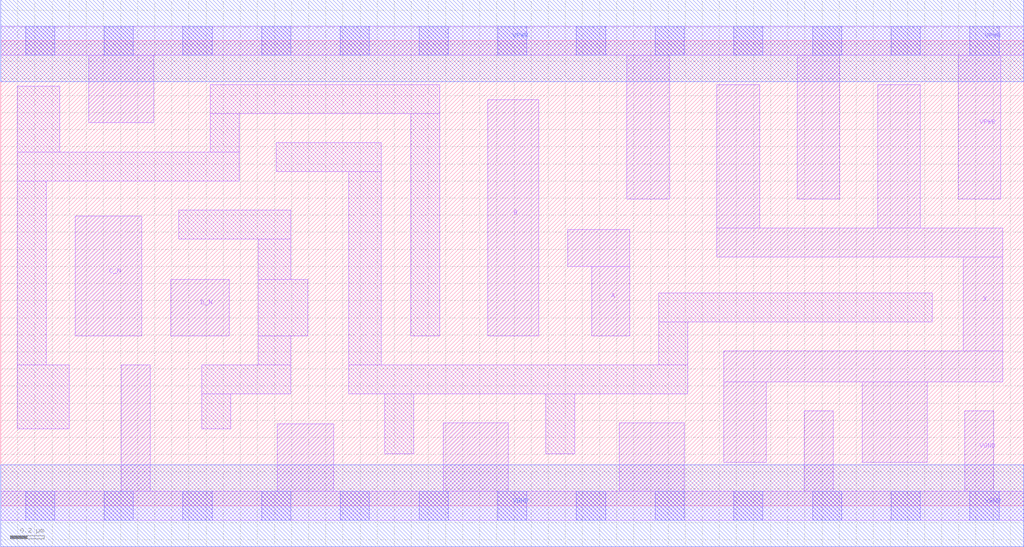
<source format=lef>
# Copyright 2020 The SkyWater PDK Authors
#
# Licensed under the Apache License, Version 2.0 (the "License");
# you may not use this file except in compliance with the License.
# You may obtain a copy of the License at
#
#     https://www.apache.org/licenses/LICENSE-2.0
#
# Unless required by applicable law or agreed to in writing, software
# distributed under the License is distributed on an "AS IS" BASIS,
# WITHOUT WARRANTIES OR CONDITIONS OF ANY KIND, either express or implied.
# See the License for the specific language governing permissions and
# limitations under the License.
#
# SPDX-License-Identifier: Apache-2.0

VERSION 5.7 ;
  NAMESCASESENSITIVE ON ;
  NOWIREEXTENSIONATPIN ON ;
  DIVIDERCHAR "/" ;
  BUSBITCHARS "[]" ;
UNITS
  DATABASE MICRONS 200 ;
END UNITS
PROPERTYDEFINITIONS
  MACRO maskLayoutSubType STRING ;
  MACRO prCellType STRING ;
  MACRO originalViewName STRING ;
END PROPERTYDEFINITIONS
MACRO sky130_fd_sc_hdll__or4bb_4
  CLASS CORE ;
  FOREIGN sky130_fd_sc_hdll__or4bb_4 ;
  ORIGIN  0.000000  0.000000 ;
  SIZE  5.980000 BY  2.720000 ;
  SYMMETRY X Y R90 ;
  SITE unithd ;
  PIN A
    ANTENNAGATEAREA  0.277500 ;
    DIRECTION INPUT ;
    USE SIGNAL ;
    PORT
      LAYER li1 ;
        RECT 3.315000 1.400000 3.675000 1.615000 ;
        RECT 3.455000 0.995000 3.675000 1.400000 ;
    END
  END A
  PIN B
    ANTENNAGATEAREA  0.277500 ;
    DIRECTION INPUT ;
    USE SIGNAL ;
    PORT
      LAYER li1 ;
        RECT 2.845000 0.995000 3.145000 2.375000 ;
    END
  END B
  PIN C_N
    ANTENNAGATEAREA  0.138600 ;
    DIRECTION INPUT ;
    USE SIGNAL ;
    PORT
      LAYER li1 ;
        RECT 0.435000 0.995000 0.825000 1.695000 ;
    END
  END C_N
  PIN D_N
    ANTENNAGATEAREA  0.138600 ;
    DIRECTION INPUT ;
    USE SIGNAL ;
    PORT
      LAYER li1 ;
        RECT 0.995000 0.995000 1.335000 1.325000 ;
    END
  END D_N
  PIN X
    ANTENNADIFFAREA  1.028500 ;
    DIRECTION OUTPUT ;
    USE SIGNAL ;
    PORT
      LAYER li1 ;
        RECT 4.185000 1.455000 5.855000 1.625000 ;
        RECT 4.185000 1.625000 4.435000 2.465000 ;
        RECT 4.225000 0.255000 4.475000 0.725000 ;
        RECT 4.225000 0.725000 5.855000 0.905000 ;
        RECT 5.035000 0.255000 5.415000 0.725000 ;
        RECT 5.125000 1.625000 5.375000 2.465000 ;
        RECT 5.625000 0.905000 5.855000 1.455000 ;
    END
  END X
  PIN VGND
    DIRECTION INOUT ;
    USE GROUND ;
    PORT
      LAYER li1 ;
        RECT 0.000000 -0.085000 5.980000 0.085000 ;
        RECT 0.705000  0.085000 0.875000 0.825000 ;
        RECT 1.615000  0.085000 1.945000 0.480000 ;
        RECT 2.585000  0.085000 2.965000 0.485000 ;
        RECT 3.615000  0.085000 3.995000 0.485000 ;
        RECT 4.695000  0.085000 4.865000 0.555000 ;
        RECT 5.635000  0.085000 5.805000 0.555000 ;
      LAYER mcon ;
        RECT 0.145000 -0.085000 0.315000 0.085000 ;
        RECT 0.605000 -0.085000 0.775000 0.085000 ;
        RECT 1.065000 -0.085000 1.235000 0.085000 ;
        RECT 1.525000 -0.085000 1.695000 0.085000 ;
        RECT 1.985000 -0.085000 2.155000 0.085000 ;
        RECT 2.445000 -0.085000 2.615000 0.085000 ;
        RECT 2.905000 -0.085000 3.075000 0.085000 ;
        RECT 3.365000 -0.085000 3.535000 0.085000 ;
        RECT 3.825000 -0.085000 3.995000 0.085000 ;
        RECT 4.285000 -0.085000 4.455000 0.085000 ;
        RECT 4.745000 -0.085000 4.915000 0.085000 ;
        RECT 5.205000 -0.085000 5.375000 0.085000 ;
        RECT 5.665000 -0.085000 5.835000 0.085000 ;
      LAYER met1 ;
        RECT 0.000000 -0.240000 5.980000 0.240000 ;
    END
  END VGND
  PIN VPWR
    DIRECTION INOUT ;
    USE POWER ;
    PORT
      LAYER li1 ;
        RECT 0.000000 2.635000 5.980000 2.805000 ;
        RECT 0.515000 2.240000 0.895000 2.635000 ;
        RECT 3.660000 1.795000 3.910000 2.635000 ;
        RECT 4.655000 1.795000 4.905000 2.635000 ;
        RECT 5.595000 1.795000 5.845000 2.635000 ;
      LAYER mcon ;
        RECT 0.145000 2.635000 0.315000 2.805000 ;
        RECT 0.605000 2.635000 0.775000 2.805000 ;
        RECT 1.065000 2.635000 1.235000 2.805000 ;
        RECT 1.525000 2.635000 1.695000 2.805000 ;
        RECT 1.985000 2.635000 2.155000 2.805000 ;
        RECT 2.445000 2.635000 2.615000 2.805000 ;
        RECT 2.905000 2.635000 3.075000 2.805000 ;
        RECT 3.365000 2.635000 3.535000 2.805000 ;
        RECT 3.825000 2.635000 3.995000 2.805000 ;
        RECT 4.285000 2.635000 4.455000 2.805000 ;
        RECT 4.745000 2.635000 4.915000 2.805000 ;
        RECT 5.205000 2.635000 5.375000 2.805000 ;
        RECT 5.665000 2.635000 5.835000 2.805000 ;
      LAYER met1 ;
        RECT 0.000000 2.480000 5.980000 2.960000 ;
    END
  END VPWR
  OBS
    LAYER li1 ;
      RECT 0.095000 0.450000 0.400000 0.825000 ;
      RECT 0.095000 0.825000 0.265000 1.900000 ;
      RECT 0.095000 1.900000 1.395000 2.070000 ;
      RECT 0.095000 2.070000 0.345000 2.455000 ;
      RECT 1.040000 1.560000 1.695000 1.730000 ;
      RECT 1.175000 0.450000 1.345000 0.655000 ;
      RECT 1.175000 0.655000 1.695000 0.825000 ;
      RECT 1.225000 2.070000 1.395000 2.295000 ;
      RECT 1.225000 2.295000 2.565000 2.465000 ;
      RECT 1.505000 0.825000 1.695000 0.995000 ;
      RECT 1.505000 0.995000 1.795000 1.325000 ;
      RECT 1.505000 1.325000 1.695000 1.560000 ;
      RECT 1.610000 1.955000 2.225000 2.125000 ;
      RECT 2.035000 0.655000 4.015000 0.825000 ;
      RECT 2.035000 0.825000 2.225000 1.955000 ;
      RECT 2.245000 0.305000 2.415000 0.655000 ;
      RECT 2.395000 0.995000 2.565000 2.295000 ;
      RECT 3.185000 0.305000 3.355000 0.655000 ;
      RECT 3.845000 0.825000 4.015000 1.075000 ;
      RECT 3.845000 1.075000 5.445000 1.245000 ;
  END
  PROPERTY maskLayoutSubType "abstract" ;
  PROPERTY prCellType "standard" ;
  PROPERTY originalViewName "layout" ;
END sky130_fd_sc_hdll__or4bb_4

</source>
